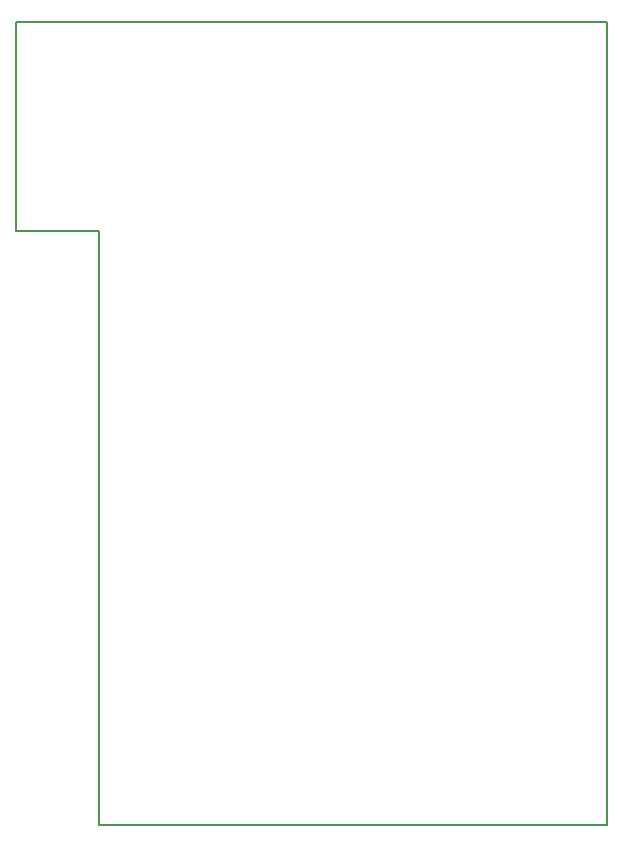
<source format=gbr>
G04 #@! TF.GenerationSoftware,KiCad,Pcbnew,5.0.2+dfsg1-1*
G04 #@! TF.CreationDate,2021-10-12T12:34:50+05:30*
G04 #@! TF.ProjectId,KEYBORD_PCB_V1,4b455942-4f52-4445-9f50-43425f56312e,rev?*
G04 #@! TF.SameCoordinates,Original*
G04 #@! TF.FileFunction,Profile,NP*
%FSLAX46Y46*%
G04 Gerber Fmt 4.6, Leading zero omitted, Abs format (unit mm)*
G04 Created by KiCad (PCBNEW 5.0.2+dfsg1-1) date Tue 12 Oct 2021 12:34:50 PM IST*
%MOMM*%
%LPD*%
G01*
G04 APERTURE LIST*
%ADD10C,0.200000*%
G04 APERTURE END LIST*
D10*
X65690000Y-54070000D02*
X65690000Y-36340000D01*
X72690000Y-54070000D02*
X65690000Y-54070000D01*
X72690000Y-54070000D02*
X72690000Y-104340000D01*
X115690000Y-36340000D02*
X115690000Y-104340000D01*
X115690000Y-104340000D02*
X72690000Y-104340000D01*
X115690000Y-36340000D02*
X65690000Y-36340000D01*
M02*

</source>
